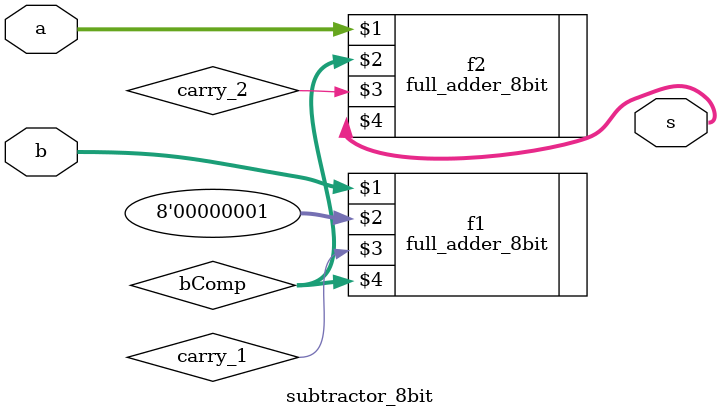
<source format=v>
`timescale 1ns / 1ps
module subtractor_8bit(
    input [7:0] a,
    input [7:0] b,
    output [7:0] s
    );
		wire  [7:0]bComp;
		wire carry_1, carry_2;
	
	
	full_adder_8bit f1(b,8'b00000001,carry_1,bComp);
	full_adder_8bit f2(a, bComp, carry_2, s);
endmodule

</source>
